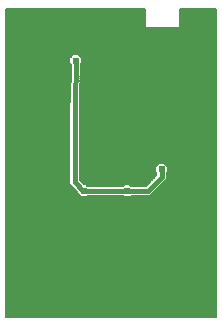
<source format=gbl>
G75*
G70*
%OFA0B0*%
%FSLAX24Y24*%
%IPPOS*%
%LPD*%
%AMOC8*
5,1,8,0,0,1.08239X$1,22.5*
%
%ADD10C,0.0060*%
%ADD11C,0.0240*%
%ADD12C,0.0210*%
%ADD13C,0.0160*%
D10*
X005363Y001840D02*
X005363Y012130D01*
X010003Y012130D01*
X010003Y011488D01*
X010021Y011470D01*
X011146Y011470D01*
X011163Y011488D01*
X011163Y012130D01*
X012353Y012130D01*
X012353Y001840D01*
X005363Y001840D01*
X005363Y001864D02*
X012353Y001864D01*
X012353Y001922D02*
X005363Y001922D01*
X005363Y001981D02*
X012353Y001981D01*
X012353Y002039D02*
X005363Y002039D01*
X005363Y002098D02*
X012353Y002098D01*
X012353Y002156D02*
X005363Y002156D01*
X005363Y002215D02*
X012353Y002215D01*
X012353Y002273D02*
X005363Y002273D01*
X005363Y002332D02*
X012353Y002332D01*
X012353Y002390D02*
X005363Y002390D01*
X005363Y002449D02*
X012353Y002449D01*
X012353Y002507D02*
X005363Y002507D01*
X005363Y002566D02*
X012353Y002566D01*
X012353Y002624D02*
X005363Y002624D01*
X005363Y002683D02*
X012353Y002683D01*
X012353Y002741D02*
X005363Y002741D01*
X005363Y002800D02*
X012353Y002800D01*
X012353Y002858D02*
X005363Y002858D01*
X005363Y002917D02*
X012353Y002917D01*
X012353Y002975D02*
X005363Y002975D01*
X005363Y003034D02*
X012353Y003034D01*
X012353Y003092D02*
X005363Y003092D01*
X005363Y003151D02*
X012353Y003151D01*
X012353Y003209D02*
X005363Y003209D01*
X005363Y003268D02*
X012353Y003268D01*
X012353Y003326D02*
X005363Y003326D01*
X005363Y003385D02*
X012353Y003385D01*
X012353Y003443D02*
X005363Y003443D01*
X005363Y003502D02*
X012353Y003502D01*
X012353Y003560D02*
X005363Y003560D01*
X005363Y003619D02*
X012353Y003619D01*
X012353Y003677D02*
X005363Y003677D01*
X005363Y003736D02*
X012353Y003736D01*
X012353Y003794D02*
X005363Y003794D01*
X005363Y003853D02*
X012353Y003853D01*
X012353Y003911D02*
X005363Y003911D01*
X005363Y003970D02*
X012353Y003970D01*
X012353Y004028D02*
X005363Y004028D01*
X005363Y004087D02*
X012353Y004087D01*
X012353Y004145D02*
X005363Y004145D01*
X005363Y004204D02*
X012353Y004204D01*
X012353Y004262D02*
X005363Y004262D01*
X005363Y004321D02*
X012353Y004321D01*
X012353Y004379D02*
X005363Y004379D01*
X005363Y004438D02*
X012353Y004438D01*
X012353Y004496D02*
X005363Y004496D01*
X005363Y004555D02*
X012353Y004555D01*
X012353Y004613D02*
X005363Y004613D01*
X005363Y004672D02*
X012353Y004672D01*
X012353Y004730D02*
X005363Y004730D01*
X005363Y004789D02*
X012353Y004789D01*
X012353Y004847D02*
X005363Y004847D01*
X005363Y004906D02*
X012353Y004906D01*
X012353Y004964D02*
X005363Y004964D01*
X005363Y005023D02*
X012353Y005023D01*
X012353Y005081D02*
X005363Y005081D01*
X005363Y005140D02*
X012353Y005140D01*
X012353Y005198D02*
X005363Y005198D01*
X005363Y005257D02*
X012353Y005257D01*
X012353Y005315D02*
X005363Y005315D01*
X005363Y005374D02*
X012353Y005374D01*
X012353Y005432D02*
X005363Y005432D01*
X005363Y005491D02*
X012353Y005491D01*
X012353Y005549D02*
X005363Y005549D01*
X005363Y005608D02*
X012353Y005608D01*
X012353Y005666D02*
X005363Y005666D01*
X005363Y005725D02*
X012353Y005725D01*
X012353Y005783D02*
X005363Y005783D01*
X005363Y005842D02*
X012353Y005842D01*
X012353Y005900D02*
X010174Y005900D01*
X010164Y005890D02*
X010263Y005990D01*
X010713Y006440D01*
X010713Y006653D01*
X010753Y006693D01*
X010753Y006867D01*
X010630Y006990D01*
X010456Y006990D01*
X010333Y006867D01*
X010333Y006693D01*
X010373Y006653D01*
X010373Y006580D01*
X010023Y006230D01*
X009520Y006230D01*
X009480Y006270D01*
X009306Y006270D01*
X009266Y006230D01*
X008070Y006230D01*
X008030Y006270D01*
X007964Y006270D01*
X007813Y006420D01*
X007813Y008938D01*
X007850Y010270D01*
X007893Y010313D01*
X007893Y010487D01*
X007770Y010610D01*
X007596Y010610D01*
X007473Y010487D01*
X007473Y010313D01*
X007510Y010276D01*
X007475Y009012D01*
X007473Y009010D01*
X007473Y008942D01*
X005363Y008942D01*
X005363Y008884D02*
X007472Y008884D01*
X007471Y008874D02*
X007473Y008872D01*
X007473Y006280D01*
X007733Y006020D01*
X007733Y005973D01*
X007856Y005850D01*
X008030Y005850D01*
X008070Y005890D01*
X009266Y005890D01*
X009306Y005850D01*
X009480Y005850D01*
X009520Y005890D01*
X010164Y005890D01*
X010232Y005959D02*
X012353Y005959D01*
X012353Y006017D02*
X010291Y006017D01*
X010349Y006076D02*
X012353Y006076D01*
X012353Y006134D02*
X010408Y006134D01*
X010466Y006193D02*
X012353Y006193D01*
X012353Y006251D02*
X010525Y006251D01*
X010583Y006310D02*
X012353Y006310D01*
X012353Y006368D02*
X010642Y006368D01*
X010700Y006427D02*
X012353Y006427D01*
X012353Y006485D02*
X010713Y006485D01*
X010713Y006544D02*
X012353Y006544D01*
X012353Y006602D02*
X010713Y006602D01*
X010721Y006661D02*
X012353Y006661D01*
X012353Y006719D02*
X010753Y006719D01*
X010753Y006778D02*
X012353Y006778D01*
X012353Y006836D02*
X010753Y006836D01*
X010726Y006895D02*
X012353Y006895D01*
X012353Y006953D02*
X010667Y006953D01*
X010419Y006953D02*
X007813Y006953D01*
X007813Y006895D02*
X010361Y006895D01*
X010333Y006836D02*
X007813Y006836D01*
X007813Y006778D02*
X010333Y006778D01*
X010333Y006719D02*
X007813Y006719D01*
X007813Y006661D02*
X010366Y006661D01*
X010373Y006602D02*
X007813Y006602D01*
X007813Y006544D02*
X010336Y006544D01*
X010278Y006485D02*
X007813Y006485D01*
X007813Y006427D02*
X010219Y006427D01*
X010161Y006368D02*
X007866Y006368D01*
X007924Y006310D02*
X010102Y006310D01*
X010044Y006251D02*
X009499Y006251D01*
X009287Y006251D02*
X008049Y006251D01*
X007806Y005900D02*
X005363Y005900D01*
X005363Y005959D02*
X007748Y005959D01*
X007733Y006017D02*
X005363Y006017D01*
X005363Y006076D02*
X007677Y006076D01*
X007619Y006134D02*
X005363Y006134D01*
X005363Y006193D02*
X007560Y006193D01*
X007502Y006251D02*
X005363Y006251D01*
X005363Y006310D02*
X007473Y006310D01*
X007473Y006368D02*
X005363Y006368D01*
X005363Y006427D02*
X007473Y006427D01*
X007473Y006485D02*
X005363Y006485D01*
X005363Y006544D02*
X007473Y006544D01*
X007473Y006602D02*
X005363Y006602D01*
X005363Y006661D02*
X007473Y006661D01*
X007473Y006719D02*
X005363Y006719D01*
X005363Y006778D02*
X007473Y006778D01*
X007473Y006836D02*
X005363Y006836D01*
X005363Y006895D02*
X007473Y006895D01*
X007473Y006953D02*
X005363Y006953D01*
X005363Y007012D02*
X007473Y007012D01*
X007473Y007070D02*
X005363Y007070D01*
X005363Y007129D02*
X007473Y007129D01*
X007473Y007187D02*
X005363Y007187D01*
X005363Y007246D02*
X007473Y007246D01*
X007473Y007304D02*
X005363Y007304D01*
X005363Y007363D02*
X007473Y007363D01*
X007473Y007421D02*
X005363Y007421D01*
X005363Y007480D02*
X007473Y007480D01*
X007473Y007538D02*
X005363Y007538D01*
X005363Y007597D02*
X007473Y007597D01*
X007473Y007655D02*
X005363Y007655D01*
X005363Y007714D02*
X007473Y007714D01*
X007473Y007772D02*
X005363Y007772D01*
X005363Y007831D02*
X007473Y007831D01*
X007473Y007889D02*
X005363Y007889D01*
X005363Y007948D02*
X007473Y007948D01*
X007473Y008006D02*
X005363Y008006D01*
X005363Y008065D02*
X007473Y008065D01*
X007473Y008123D02*
X005363Y008123D01*
X005363Y008182D02*
X007473Y008182D01*
X007473Y008240D02*
X005363Y008240D01*
X005363Y008299D02*
X007473Y008299D01*
X007473Y008357D02*
X005363Y008357D01*
X005363Y008416D02*
X007473Y008416D01*
X007473Y008474D02*
X005363Y008474D01*
X005363Y008533D02*
X007473Y008533D01*
X007473Y008591D02*
X005363Y008591D01*
X005363Y008650D02*
X007473Y008650D01*
X007473Y008708D02*
X005363Y008708D01*
X005363Y008767D02*
X007473Y008767D01*
X007473Y008825D02*
X005363Y008825D01*
X005363Y009001D02*
X007473Y009001D01*
X007477Y009059D02*
X005363Y009059D01*
X005363Y009118D02*
X007478Y009118D01*
X007480Y009176D02*
X005363Y009176D01*
X005363Y009235D02*
X007481Y009235D01*
X007483Y009293D02*
X005363Y009293D01*
X005363Y009352D02*
X007485Y009352D01*
X007486Y009410D02*
X005363Y009410D01*
X005363Y009469D02*
X007488Y009469D01*
X007489Y009527D02*
X005363Y009527D01*
X005363Y009586D02*
X007491Y009586D01*
X007493Y009644D02*
X005363Y009644D01*
X005363Y009703D02*
X007494Y009703D01*
X007496Y009761D02*
X005363Y009761D01*
X005363Y009820D02*
X007497Y009820D01*
X007499Y009878D02*
X005363Y009878D01*
X005363Y009937D02*
X007501Y009937D01*
X007502Y009995D02*
X005363Y009995D01*
X005363Y010054D02*
X007504Y010054D01*
X007505Y010112D02*
X005363Y010112D01*
X005363Y010171D02*
X007507Y010171D01*
X007509Y010229D02*
X005363Y010229D01*
X005363Y010288D02*
X007499Y010288D01*
X007473Y010346D02*
X005363Y010346D01*
X005363Y010405D02*
X007473Y010405D01*
X007473Y010463D02*
X005363Y010463D01*
X005363Y010522D02*
X007508Y010522D01*
X007566Y010580D02*
X005363Y010580D01*
X005363Y010639D02*
X012353Y010639D01*
X012353Y010697D02*
X005363Y010697D01*
X005363Y010756D02*
X012353Y010756D01*
X012353Y010814D02*
X005363Y010814D01*
X005363Y010873D02*
X012353Y010873D01*
X012353Y010931D02*
X005363Y010931D01*
X005363Y010990D02*
X012353Y010990D01*
X012353Y011048D02*
X005363Y011048D01*
X005363Y011107D02*
X012353Y011107D01*
X012353Y011165D02*
X005363Y011165D01*
X005363Y011224D02*
X012353Y011224D01*
X012353Y011282D02*
X005363Y011282D01*
X005363Y011341D02*
X012353Y011341D01*
X012353Y011399D02*
X005363Y011399D01*
X005363Y011458D02*
X012353Y011458D01*
X012353Y011516D02*
X011163Y011516D01*
X011163Y011575D02*
X012353Y011575D01*
X012353Y011633D02*
X011163Y011633D01*
X011163Y011692D02*
X012353Y011692D01*
X012353Y011750D02*
X011163Y011750D01*
X011163Y011809D02*
X012353Y011809D01*
X012353Y011867D02*
X011163Y011867D01*
X011163Y011926D02*
X012353Y011926D01*
X012353Y011984D02*
X011163Y011984D01*
X011163Y012043D02*
X012353Y012043D01*
X012353Y012101D02*
X011163Y012101D01*
X010003Y012101D02*
X005363Y012101D01*
X005363Y012043D02*
X010003Y012043D01*
X010003Y011984D02*
X005363Y011984D01*
X005363Y011926D02*
X010003Y011926D01*
X010003Y011867D02*
X005363Y011867D01*
X005363Y011809D02*
X010003Y011809D01*
X010003Y011750D02*
X005363Y011750D01*
X005363Y011692D02*
X010003Y011692D01*
X010003Y011633D02*
X005363Y011633D01*
X005363Y011575D02*
X010003Y011575D01*
X010003Y011516D02*
X005363Y011516D01*
X007473Y008942D02*
X007471Y008874D01*
X007813Y008884D02*
X012353Y008884D01*
X012353Y008942D02*
X007813Y008942D01*
X007815Y009001D02*
X012353Y009001D01*
X012353Y009059D02*
X007817Y009059D01*
X007818Y009118D02*
X012353Y009118D01*
X012353Y009176D02*
X007820Y009176D01*
X007821Y009235D02*
X012353Y009235D01*
X012353Y009293D02*
X007823Y009293D01*
X007825Y009352D02*
X012353Y009352D01*
X012353Y009410D02*
X007826Y009410D01*
X007828Y009469D02*
X012353Y009469D01*
X012353Y009527D02*
X007829Y009527D01*
X007831Y009586D02*
X012353Y009586D01*
X012353Y009644D02*
X007833Y009644D01*
X007834Y009703D02*
X012353Y009703D01*
X012353Y009761D02*
X007836Y009761D01*
X007837Y009820D02*
X012353Y009820D01*
X012353Y009878D02*
X007839Y009878D01*
X007841Y009937D02*
X012353Y009937D01*
X012353Y009995D02*
X007842Y009995D01*
X007844Y010054D02*
X012353Y010054D01*
X012353Y010112D02*
X007845Y010112D01*
X007847Y010171D02*
X012353Y010171D01*
X012353Y010229D02*
X007849Y010229D01*
X007868Y010288D02*
X012353Y010288D01*
X012353Y010346D02*
X007893Y010346D01*
X007893Y010405D02*
X012353Y010405D01*
X012353Y010463D02*
X007893Y010463D01*
X007859Y010522D02*
X012353Y010522D01*
X012353Y010580D02*
X007800Y010580D01*
X007813Y008825D02*
X012353Y008825D01*
X012353Y008767D02*
X007813Y008767D01*
X007813Y008708D02*
X012353Y008708D01*
X012353Y008650D02*
X007813Y008650D01*
X007813Y008591D02*
X012353Y008591D01*
X012353Y008533D02*
X007813Y008533D01*
X007813Y008474D02*
X012353Y008474D01*
X012353Y008416D02*
X007813Y008416D01*
X007813Y008357D02*
X012353Y008357D01*
X012353Y008299D02*
X007813Y008299D01*
X007813Y008240D02*
X012353Y008240D01*
X012353Y008182D02*
X007813Y008182D01*
X007813Y008123D02*
X012353Y008123D01*
X012353Y008065D02*
X007813Y008065D01*
X007813Y008006D02*
X012353Y008006D01*
X012353Y007948D02*
X007813Y007948D01*
X007813Y007889D02*
X012353Y007889D01*
X012353Y007831D02*
X007813Y007831D01*
X007813Y007772D02*
X012353Y007772D01*
X012353Y007714D02*
X007813Y007714D01*
X007813Y007655D02*
X012353Y007655D01*
X012353Y007597D02*
X007813Y007597D01*
X007813Y007538D02*
X012353Y007538D01*
X012353Y007480D02*
X007813Y007480D01*
X007813Y007421D02*
X012353Y007421D01*
X012353Y007363D02*
X007813Y007363D01*
X007813Y007304D02*
X012353Y007304D01*
X012353Y007246D02*
X007813Y007246D01*
X007813Y007187D02*
X012353Y007187D01*
X012353Y007129D02*
X007813Y007129D01*
X007813Y007070D02*
X012353Y007070D01*
X012353Y007012D02*
X007813Y007012D01*
D11*
X008033Y007160D03*
X008033Y007500D03*
X008033Y007850D03*
X008033Y008190D03*
X008033Y008540D03*
X008373Y008540D03*
X008373Y008190D03*
X008373Y007850D03*
X008373Y007500D03*
X008373Y007160D03*
X008713Y007160D03*
X008713Y007500D03*
X009053Y007500D03*
X009053Y007160D03*
X009393Y007160D03*
X009393Y007500D03*
X009393Y007850D03*
X009393Y008190D03*
X009393Y008540D03*
X009053Y008540D03*
X008713Y008540D03*
X008713Y008190D03*
X008713Y007850D03*
X009053Y007850D03*
X009053Y008190D03*
X010543Y006780D03*
X010983Y006800D03*
X011033Y006200D03*
X010033Y005350D03*
X009403Y004750D03*
X009173Y004350D03*
X008603Y004750D03*
X007943Y006060D03*
X007293Y006510D03*
X007033Y006950D03*
X007143Y005970D03*
X007233Y004350D03*
X007033Y003350D03*
X007833Y003350D03*
X008033Y002350D03*
X007033Y002350D03*
X005833Y002350D03*
X005833Y003350D03*
X005833Y004310D03*
X005833Y005310D03*
X005833Y006310D03*
X005833Y007310D03*
X005833Y008310D03*
X005833Y009350D03*
X005833Y010350D03*
X005833Y010750D03*
X005833Y011350D03*
X006333Y011350D03*
X006833Y011350D03*
X007033Y010750D03*
X007333Y011350D03*
X007833Y011350D03*
X008033Y010750D03*
X007683Y010400D03*
X007003Y009950D03*
X007203Y009030D03*
X007033Y008550D03*
X008333Y011350D03*
X008833Y011350D03*
X009333Y011350D03*
X010833Y011350D03*
X011233Y011350D03*
X011683Y011350D03*
X012133Y011350D03*
X012233Y010750D03*
X012233Y010150D03*
X012233Y009350D03*
X012233Y008350D03*
X012233Y007350D03*
X012233Y006350D03*
X012233Y005350D03*
X012233Y004350D03*
X012233Y003350D03*
X012233Y002350D03*
X011033Y002360D03*
X011023Y003350D03*
X011033Y004350D03*
X010053Y002360D03*
X009173Y003350D03*
X009033Y002350D03*
X009393Y006060D03*
X011033Y008550D03*
D12*
X007503Y011850D03*
D13*
X007683Y010400D02*
X007643Y008940D01*
X007643Y006350D01*
X007933Y006060D01*
X007943Y006060D01*
X009393Y006060D01*
X010093Y006060D01*
X010543Y006510D01*
X010543Y006780D01*
M02*

</source>
